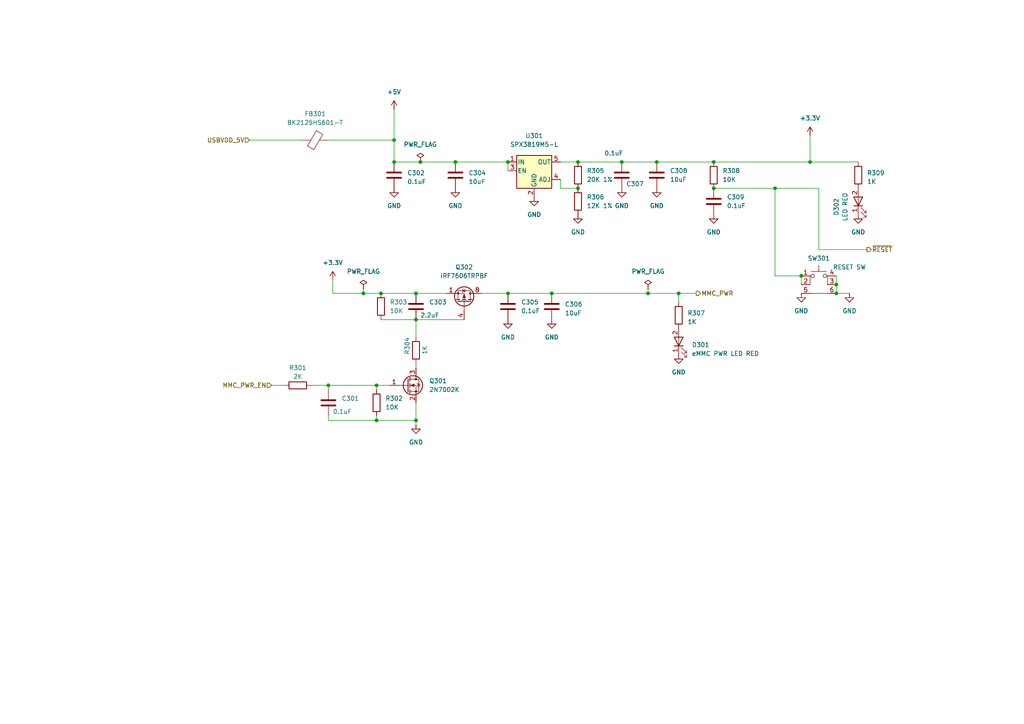
<source format=kicad_sch>
(kicad_sch (version 20231120) (generator "eeschema") (generator_version "8.0")
  (paper "A4")
  (title_block (title "SDCDMUX-eMMC") (date "2023-08-14") (rev "Rev3") (company "HNZ") (comment 1 "Licensed under CC-BY-SA V4.0") (comment 2 "2023 (C) Hiroshi Nakajima <hnakamiru1103@gmail.com>"))
  (lib_symbols
    (symbol "Device:C" (pin_numbers hide) (pin_names (offset 0.254))
      (property "Reference" "C" (at 0.635 2.54 0))
      (property "Value" "C" (at 0.635 -2.54 0))
      (symbol "C_0_1"
        (polyline (pts (xy -2.032 -0.762) (xy 2.032 -0.762)) (stroke (width 0.508)))
        (polyline (pts (xy -2.032 0.762) (xy 2.032 0.762)) (stroke (width 0.508)))
      )
      (symbol "C_1_1"
        (pin passive line (at 0 3.81 270) (length 2.794) (name "~") (number "1"))
        (pin passive line (at 0 -3.81 90) (length 2.794) (name "~") (number "2"))
      )
    )
    (symbol "Device:FerriteBead" (pin_numbers hide) (pin_names (offset 0))
      (property "Reference" "FB" (at -3.81 0.635 90))
      (property "Value" "FerriteBead" (at 3.81 0 90))
      (symbol "FerriteBead_0_1"
        (polyline (pts (xy 0 -1.27) (xy 0 -1.2192)))
        (polyline (pts (xy 0 1.27) (xy 0 1.2954)))
        (polyline (pts (xy -2.7686 0.4064) (xy -1.7018 2.2606) (xy 2.7686 -0.3048) (xy 1.6764 -2.159) (xy -2.7686 0.4064)))
      )
      (symbol "FerriteBead_1_1"
        (pin passive line (at 0 3.81 270) (length 2.54) (name "~") (number "1"))
        (pin passive line (at 0 -3.81 90) (length 2.54) (name "~") (number "2"))
      )
    )
    (symbol "Device:LED" (pin_names (offset 1.016) hide)
      (property "Reference" "D" (at 0 2.54 0))
      (property "Value" "LED" (at 0 -2.54 0))
      (symbol "LED_0_1"
        (polyline (pts (xy -1.27 -1.27) (xy -1.27 1.27)) (stroke (width 0.254)))
        (polyline (pts (xy -1.27 0) (xy 1.27 0)))
        (polyline (pts (xy 1.27 -1.27) (xy 1.27 1.27) (xy -1.27 0) (xy 1.27 -1.27)) (stroke (width 0.254)))
        (polyline (pts (xy -3.048 -0.762) (xy -4.572 -2.286) (xy -3.81 -2.286) (xy -4.572 -2.286) (xy -4.572 -1.524)))
        (polyline (pts (xy -1.778 -0.762) (xy -3.302 -2.286) (xy -2.54 -2.286) (xy -3.302 -2.286) (xy -3.302 -1.524)))
      )
      (symbol "LED_1_1"
        (pin passive line (at -3.81 0 0) (length 2.54) (name "K") (number "1"))
        (pin passive line (at 3.81 0 180) (length 2.54) (name "A") (number "2"))
      )
    )
    (symbol "Device:R" (pin_numbers hide) (pin_names (offset 0))
      (property "Reference" "R" (at 2.032 0 90))
      (property "Value" "R" (at 0 0 90))
      (symbol "R_0_1"
        (rectangle (start -1.016 -2.54) (end 1.016 2.54) (stroke (width 0.254)))
      )
      (symbol "R_1_1"
        (pin passive line (at 0 3.81 270) (length 1.27) (name "~") (number "1"))
        (pin passive line (at 0 -3.81 90) (length 1.27) (name "~") (number "2"))
      )
    )
    (symbol "Regulator_Linear:SPX3819M5-L" (pin_names (offset 0.254))
      (property "Reference" "U" (at -3.81 5.715 0))
      (property "Value" "SPX3819M5-L" (at 0 5.715 0))
      (symbol "SPX3819M5-L_0_1"
        (rectangle (start -5.08 4.445) (end 5.08 -5.08) (stroke (width 0.254)) (fill (type background)))
      )
      (symbol "SPX3819M5-L_1_1"
        (pin power_in line (at -7.62 2.54 0) (length 2.54) (name "IN") (number "1"))
        (pin power_in line (at 0 -7.62 90) (length 2.54) (name "GND") (number "2"))
        (pin input line (at -7.62 0 0) (length 2.54) (name "EN") (number "3"))
        (pin input line (at 7.62 -2.54 180) (length 2.54) (name "ADJ") (number "4"))
        (pin power_out line (at 7.62 2.54 180) (length 2.54) (name "OUT") (number "5"))
      )
    )
    (symbol "power:+3.3V" (power) (pin_names (offset 0))
      (property "Value" "+3.3V" (at 0 3.556 0))
      (symbol "+3.3V_0_1"
        (polyline (pts (xy -0.762 1.27) (xy 0 2.54)))
        (polyline (pts (xy 0 0) (xy 0 2.54)))
        (polyline (pts (xy 0 2.54) (xy 0.762 1.27)))
      )
      (symbol "+3.3V_1_1"
        (pin power_in line (at 0 0 90) (length 0) hide (name "+3.3V") (number "1"))
      )
    )
    (symbol "power:+5V" (power) (pin_names (offset 0))
      (property "Value" "+5V" (at 0 3.556 0))
      (symbol "+5V_0_1"
        (polyline (pts (xy -0.762 1.27) (xy 0 2.54)))
        (polyline (pts (xy 0 0) (xy 0 2.54)))
        (polyline (pts (xy 0 2.54) (xy 0.762 1.27)))
      )
      (symbol "+5V_1_1"
        (pin power_in line (at 0 0 90) (length 0) hide (name "+5V") (number "1"))
      )
    )
    (symbol "power:GND" (power) (pin_numbers hide) (pin_names (offset 0) hide)
      (property "Value" "GND" (at 0 -3.81 0))
      (symbol "GND_0_1"
        (polyline (pts (xy 0 0) (xy 0 -1.27) (xy 1.27 -1.27) (xy 0 -2.54) (xy -1.27 -1.27) (xy 0 -1.27)))
      )
      (symbol "GND_1_1"
        (pin power_in line (at 0 0 270) (length 0) hide (name "GND") (number "1"))
      )
    )
    (symbol "power:PWR_FLAG" (power) (pin_numbers hide) (pin_names (offset 0) hide)
      (property "Value" "PWR_FLAG" (at 0 3.81 0))
      (symbol "PWR_FLAG_0_0"
        (pin power_out line (at 0 0 90) (length 0) (name "pwr") (number "1"))
      )
      (symbol "PWR_FLAG_0_1"
        (polyline (pts (xy 0 0) (xy 0 1.27) (xy -1.016 1.905) (xy 0 2.54) (xy 1.016 1.905) (xy 0 1.27)))
      )
    )
    (symbol "tbctl:2N7002K" (pin_names hide)
      (property "Reference" "Q" (at 5.08 1.905 0))
      (property "Value" "2N7002K" (at 5.08 0 0))
      (symbol "2N7002K_0_1"
        (polyline (pts (xy 0.254 0) (xy -2.54 0)))
        (polyline (pts (xy 0.254 1.905) (xy 0.254 -1.905)) (stroke (width 0.254)))
        (polyline (pts (xy 0.762 -1.27) (xy 0.762 -2.286)) (stroke (width 0.254)))
        (polyline (pts (xy 0.762 0.508) (xy 0.762 -0.508)) (stroke (width 0.254)))
        (polyline (pts (xy 0.762 2.286) (xy 0.762 1.27)) (stroke (width 0.254)))
        (polyline (pts (xy 2.54 2.54) (xy 2.54 1.778)))
        (polyline (pts (xy 2.54 -2.54) (xy 2.54 0) (xy 0.762 0)))
        (polyline (pts (xy 0.762 -1.778) (xy 3.302 -1.778) (xy 3.302 1.778) (xy 0.762 1.778)))
        (polyline (pts (xy 1.016 0) (xy 2.032 0.381) (xy 2.032 -0.381) (xy 1.016 0)) (fill (type outline)))
        (polyline (pts (xy 2.794 0.508) (xy 2.921 0.381) (xy 3.683 0.381) (xy 3.81 0.254)))
        (polyline (pts (xy 3.302 0.381) (xy 2.921 -0.254) (xy 3.683 -0.254) (xy 3.302 0.381)))
        (circle (center 1.651 0) (radius 2.794) (stroke (width 0.254)))
        (circle (center 2.54 -1.778) (radius 0.254) (fill (type outline)))
        (circle (center 2.54 1.778) (radius 0.254) (fill (type outline)))
      )
      (symbol "2N7002K_1_1"
        (pin input line (at -5.08 0 0) (length 2.54) (name "G") (number "1"))
        (pin passive line (at 2.54 -5.08 90) (length 2.54) (name "S") (number "2"))
        (pin passive line (at 2.54 5.08 270) (length 2.54) (name "D") (number "3"))
      )
    )
    (symbol "tbctl:3.5x2.6 Tact SW" (pin_names (offset 1.016) hide)
      (property "Reference" "SW" (at 0.635 5.715 0))
      (symbol "3.5x2.6 Tact SW_0_1"
        (circle (center -1.778 2.54) (radius 0.508))
        (polyline (pts (xy -2.54 -2.54) (xy 2.54 -2.54)))
        (polyline (pts (xy -2.286 3.81) (xy 2.286 3.81)))
        (polyline (pts (xy 0 3.81) (xy 0 5.588)))
        (polyline (pts (xy -2.54 0) (xy -2.54 2.54) (xy -2.286 2.54)))
        (polyline (pts (xy 2.54 0) (xy 2.54 2.54) (xy 2.286 2.54)))
        (circle (center 1.778 2.54) (radius 0.508))
        (pin passive line (at -5.08 2.54 0) (length 2.54) (name "1") (number "1"))
        (pin passive line (at -5.08 0 0) (length 2.54) (name "2") (number "2"))
        (pin passive line (at 5.08 0 180) (length 2.54) (name "K") (number "3"))
        (pin passive line (at 5.08 2.54 180) (length 2.54) (name "A") (number "4"))
        (pin passive line (at -5.08 -2.54 0) (length 2.54) (name "5") (number "5"))
        (pin passive line (at 5.08 -2.54 180) (length 2.54) (name "6") (number "6"))
      )
    )
    (symbol "tbctl:IRF7606PBF" (pin_names hide)
      (property "Reference" "Q" (at 5.08 1.905 0))
      (property "Value" "IRF7606PBF" (at 5.08 0 0))
      (symbol "IRF7606PBF_0_1"
        (polyline (pts (xy 0.254 0) (xy -2.54 0)))
        (polyline (pts (xy 0.254 1.905) (xy 0.254 -1.905)) (stroke (width 0.254)))
        (polyline (pts (xy 0.762 -1.27) (xy 0.762 -2.286)) (stroke (width 0.254)))
        (polyline (pts (xy 0.762 0.508) (xy 0.762 -0.508)) (stroke (width 0.254)))
        (polyline (pts (xy 0.762 2.286) (xy 0.762 1.27)) (stroke (width 0.254)))
        (polyline (pts (xy 2.54 2.54) (xy 2.54 1.778)))
        (polyline (pts (xy 2.54 -2.54) (xy 2.54 0) (xy 0.762 0)))
        (polyline (pts (xy 0.762 1.778) (xy 3.302 1.778) (xy 3.302 -1.778) (xy 0.762 -1.778)))
        (polyline (pts (xy 2.286 0) (xy 1.27 0.381) (xy 1.27 -0.381) (xy 2.286 0)) (fill (type outline)))
        (polyline (pts (xy 2.794 -0.508) (xy 2.921 -0.381) (xy 3.683 -0.381) (xy 3.81 -0.254)))
        (polyline (pts (xy 3.302 -0.381) (xy 2.921 0.254) (xy 3.683 0.254) (xy 3.302 -0.381)))
        (circle (center 1.651 0) (radius 2.794) (stroke (width 0.254)))
        (circle (center 2.54 -1.778) (radius 0.254) (fill (type outline)))
        (circle (center 2.54 1.778) (radius 0.254) (fill (type outline)))
      )
      (symbol "IRF7606PBF_1_1"
        (pin passive line (at 2.54 -5.08 90) (length 2.54) (name "S") (number "1"))
        (pin passive line (at 2.54 -5.08 90) (length 2.54) hide (name "S") (number "2"))
        (pin passive line (at 2.54 -5.08 90) (length 2.54) hide (name "S") (number "3"))
        (pin passive line (at -5.08 0 0) (length 2.54) (name "G") (number "4"))
        (pin passive line (at 2.54 5.08 270) (length 2.54) hide (name "D") (number "5"))
        (pin passive line (at 2.54 5.08 270) (length 2.54) hide (name "D") (number "6"))
        (pin passive line (at 2.54 5.08 270) (length 2.54) hide (name "D") (number "7"))
        (pin passive line (at 2.54 5.08 270) (length 2.54) (name "D") (number "8"))
      )
    )
  )
  (junction (at 114.3 46.99))
  (junction (at 160.02 85.09))
  (junction (at 109.22 121.92))
  (junction (at 109.22 111.76))
  (junction (at 180.34 46.99))
  (junction (at 167.64 46.99))
  (junction (at 120.65 121.92))
  (junction (at 196.85 85.09))
  (junction (at 224.79 54.61))
  (junction (at 167.64 54.61))
  (junction (at 242.57 82.55))
  (junction (at 132.08 46.99))
  (junction (at 242.57 85.09))
  (junction (at 234.95 46.99))
  (junction (at 114.3 40.64))
  (junction (at 120.65 85.09))
  (junction (at 190.5 46.99))
  (junction (at 147.32 85.09))
  (junction (at 187.96 85.09))
  (junction (at 232.41 80.01))
  (junction (at 105.41 85.09))
  (junction (at 95.25 111.76))
  (junction (at 207.01 54.61))
  (junction (at 207.01 46.99))
  (junction (at 110.49 85.09))
  (junction (at 147.32 46.99))
  (junction (at 120.65 92.71))
  (junction (at 121.92 46.99))
  (wire (pts (xy 120.65 121.92) (xy 120.65 123.19)))
  (wire (pts (xy 95.25 40.64) (xy 114.3 40.64)))
  (wire (pts (xy 120.65 105.41) (xy 120.65 106.68)))
  (wire (pts (xy 224.79 80.01) (xy 232.41 80.01)))
  (wire (pts (xy 109.22 113.03) (xy 109.22 111.76)))
  (wire (pts (xy 95.25 121.92) (xy 109.22 121.92)))
  (wire (pts (xy 162.56 46.99) (xy 167.64 46.99)))
  (wire (pts (xy 121.92 46.99) (xy 132.08 46.99)))
  (wire (pts (xy 109.22 121.92) (xy 120.65 121.92)))
  (wire (pts (xy 234.95 46.99) (xy 248.92 46.99)))
  (wire (pts (xy 120.65 92.71) (xy 120.65 97.79)))
  (wire (pts (xy 109.22 121.92) (xy 109.22 120.65)))
  (wire (pts (xy 224.79 54.61) (xy 224.79 80.01)))
  (wire (pts (xy 162.56 54.61) (xy 162.56 52.07)))
  (wire (pts (xy 95.25 121.92) (xy 95.25 120.65)))
  (wire (pts (xy 190.5 46.99) (xy 207.01 46.99)))
  (wire (pts (xy 160.02 85.09) (xy 187.96 85.09)))
  (wire (pts (xy 114.3 31.75) (xy 114.3 40.64)))
  (wire (pts (xy 78.74 111.76) (xy 82.55 111.76)))
  (wire (pts (xy 120.65 116.84) (xy 120.65 121.92)))
  (wire (pts (xy 237.49 54.61) (xy 237.49 72.39)))
  (wire (pts (xy 167.64 46.99) (xy 180.34 46.99)))
  (wire (pts (xy 72.39 40.64) (xy 87.63 40.64)))
  (wire (pts (xy 110.49 85.09) (xy 120.65 85.09)))
  (wire (pts (xy 120.65 85.09) (xy 129.54 85.09)))
  (wire (pts (xy 95.25 113.03) (xy 95.25 111.76)))
  (wire (pts (xy 114.3 46.99) (xy 121.92 46.99)))
  (wire (pts (xy 196.85 85.09) (xy 196.85 87.63)))
  (wire (pts (xy 242.57 85.09) (xy 246.38 85.09)))
  (wire (pts (xy 110.49 92.71) (xy 120.65 92.71)))
  (wire (pts (xy 96.52 81.28) (xy 96.52 85.09)))
  (wire (pts (xy 105.41 83.82) (xy 105.41 85.09)))
  (wire (pts (xy 207.01 46.99) (xy 234.95 46.99)))
  (wire (pts (xy 147.32 46.99) (xy 147.32 49.53)))
  (wire (pts (xy 242.57 80.01) (xy 242.57 82.55)))
  (wire (pts (xy 132.08 46.99) (xy 147.32 46.99)))
  (wire (pts (xy 114.3 40.64) (xy 114.3 46.99)))
  (wire (pts (xy 187.96 85.09) (xy 196.85 85.09)))
  (wire (pts (xy 232.41 80.01) (xy 232.41 82.55)))
  (wire (pts (xy 234.95 39.37) (xy 234.95 46.99)))
  (wire (pts (xy 180.34 46.99) (xy 190.5 46.99)))
  (wire (pts (xy 207.01 54.61) (xy 224.79 54.61)))
  (wire (pts (xy 109.22 111.76) (xy 113.03 111.76)))
  (wire (pts (xy 105.41 85.09) (xy 110.49 85.09)))
  (wire (pts (xy 167.64 54.61) (xy 162.56 54.61)))
  (wire (pts (xy 120.65 92.71) (xy 134.62 92.71)))
  (wire (pts (xy 237.49 72.39) (xy 251.46 72.39)))
  (wire (pts (xy 139.7 85.09) (xy 147.32 85.09)))
  (wire (pts (xy 147.32 85.09) (xy 160.02 85.09)))
  (wire (pts (xy 95.25 111.76) (xy 109.22 111.76)))
  (wire (pts (xy 196.85 85.09) (xy 201.93 85.09)))
  (wire (pts (xy 224.79 54.61) (xy 237.49 54.61)))
  (wire (pts (xy 96.52 85.09) (xy 105.41 85.09)))
  (wire (pts (xy 187.96 83.82) (xy 187.96 85.09)))
  (wire (pts (xy 242.57 82.55) (xy 242.57 85.09)))
  (wire (pts (xy 90.17 111.76) (xy 95.25 111.76)))
  (hierarchical_label "MMC_PWR_EN" (shape input) (at 78.74 111.76 180))
  (hierarchical_label "MMC_PWR" (shape output) (at 201.93 85.09 0))
  (hierarchical_label "~{RESET}" (shape output) (at 251.46 72.39 0))
  (hierarchical_label "USBVDD_5V" (shape input) (at 72.39 40.64 180))
  (hierarchical_label "MMC_PWR_EN" (shape input) (at 78.74 111.76 180))
  (hierarchical_label "MMC_PWR" (shape output) (at 201.93 85.09 0))
  (hierarchical_label "USBVDD_5V" (shape input) (at 72.39 40.64 180))
  (hierarchical_label "~{RESET}" (shape output) (at 251.46 72.39 0))
  (symbol (lib_id "power:GND") (at 190.5 54.61 0) (unit 1)
    (property "Reference" "#PWR0321" (effects (hide yes)))
    (property "Value" "GND" (at 190.5 59.69 0))
  )
  (symbol (lib_id "Device:LED") (at 196.85 99.06 90) (unit 1)
    (property "Reference" "D301" (at 200.66 100.0125 90) (effects (justify right)))
    (property "Value" "eMMC PWR LED RED" (at 200.66 102.5525 90) (effects (justify right)))
    (property "Footprint" "tbctl:LED_0603_1608Metric_Pad1.05x0.95mm_HandSolder" (effects (hide yes)))
    (property "digikey" "511-1587-1-ND" (effects (hide yes)))
    (property "storeURL" "https://www.digikey.com/en/products/detail/rohm-semiconductor/SML-E12V8WT86/1641806" (effects (hide yes)))
  )
  (symbol (lib_id "Device:C") (at 207.01 58.42 0) (unit 1)
    (property "Reference" "C309" (at 210.82 57.1499 0) (effects (justify left)))
    (property "Value" "0.1uF" (at 210.82 59.69 0) (effects (justify left)))
    (property "Footprint" "Capacitor_SMD:C_0603_1608Metric_Pad1.08x0.95mm_HandSolder" (effects (hide yes)))
    (property "digikey" "311-1824-1-ND" (effects (hide yes)))
    (property "storeURL" "https://www.digikey.com/en/products/detail/yageo/CC0603MRX7R7BB104/5195231" (effects (hide yes)))
  )
  (symbol (lib_id "Device:C") (at 114.3 50.8 0) (unit 1)
    (property "Reference" "C302" (at 118.11 50.165 0) (effects (justify left)))
    (property "Value" "0.1uF" (at 118.11 52.705 0) (effects (justify left)))
    (property "Footprint" "Capacitor_SMD:C_0603_1608Metric_Pad1.08x0.95mm_HandSolder" (effects (hide yes)))
    (property "digikey" "311-1824-1-ND" (effects (hide yes)))
    (property "storeURL" "https://www.digikey.com/en/products/detail/yageo/CC0603MRX7R7BB104/5195231" (effects (hide yes)))
  )
  (symbol (lib_id "power:GND") (at 232.41 85.09 0) (unit 1)
    (property "Reference" "#PWR0327" (effects (hide yes)))
    (property "Value" "GND" (at 232.41 90.17 0))
  )
  (symbol (lib_id "Device:C") (at 120.65 88.9 0) (unit 1)
    (property "Reference" "C303" (at 124.46 87.63 0) (effects (justify left)))
    (property "Value" "2.2uF" (at 121.92 91.44 0) (effects (justify left)))
    (property "Footprint" "Capacitor_SMD:C_0603_1608Metric_Pad1.08x0.95mm_HandSolder" (effects (hide yes)))
    (property "digikey" "311-1795-1-ND" (effects (hide yes)))
    (property "storeURL" "https://www.digikey.com/en/products/detail/yageo/CC0603KRX7R5BB225/5195203" (effects (hide yes)))
  )
  (symbol (lib_id "power:GND") (at 180.34 54.61 0) (unit 1)
    (property "Reference" "#PWR0319" (effects (hide yes)))
    (property "Value" "GND" (at 180.34 59.69 0))
  )
  (symbol (lib_id "power:GND") (at 246.38 85.09 0) (unit 1)
    (property "Reference" "#PWR0331" (effects (hide yes)))
    (property "Value" "GND" (at 246.38 90.17 0))
  )
  (symbol (lib_id "power:GND") (at 160.02 92.71 0) (unit 1)
    (property "Reference" "#PWR0315" (effects (hide yes)))
    (property "Value" "GND" (at 160.02 97.79 0))
  )
  (symbol (lib_id "power:GND") (at 246.38 85.09 0) (unit 1)
    (property "Reference" "#PWR0332" (effects (hide yes)))
    (property "Value" "GND" (at 246.38 90.17 0))
  )
  (symbol (lib_id "power:GND") (at 248.92 62.23 0) (unit 1)
    (property "Reference" "#PWR0333" (effects (hide yes)))
    (property "Value" "GND" (at 248.92 67.31 0))
  )
  (symbol (lib_id "power:GND") (at 180.34 54.61 0) (unit 1)
    (property "Reference" "#PWR0320" (effects (hide yes)))
    (property "Value" "GND" (at 180.34 59.69 0))
  )
  (symbol (lib_id "power:GND") (at 147.32 92.71 0) (unit 1)
    (property "Reference" "#PWR0311" (effects (hide yes)))
    (property "Value" "GND" (at 147.32 97.79 0))
  )
  (symbol (lib_id "power:+3.3V") (at 234.95 39.37 0) (unit 1)
    (property "Reference" "#PWR0329" (effects (hide yes)))
    (property "Value" "+3.3V" (at 234.95 34.29 0))
  )
  (symbol (lib_id "power:+5V") (at 114.3 31.75 0) (unit 1)
    (property "Reference" "#PWR0303" (effects (hide yes)))
    (property "Value" "+5V" (at 114.3 26.67 0))
  )
  (symbol (lib_id "power:GND") (at 248.92 62.23 0) (unit 1)
    (property "Reference" "#PWR0334" (effects (hide yes)))
    (property "Value" "GND" (at 248.92 67.31 0))
  )
  (symbol (lib_id "power:GND") (at 160.02 92.71 0) (unit 1)
    (property "Reference" "#PWR0316" (effects (hide yes)))
    (property "Value" "GND" (at 160.02 97.79 0))
  )
  (symbol (lib_id "Device:R") (at 248.92 50.8 0) (unit 1)
    (property "Reference" "R309" (at 251.46 50.165 0) (effects (justify left)))
    (property "Value" "1K" (at 251.46 52.705 0) (effects (justify left)))
    (property "Footprint" "Resistor_SMD:R_0805_2012Metric_Pad1.20x1.40mm_HandSolder" (effects (hide yes)))
    (property "digikey" "311-1.0KARCT-ND" (effects (hide yes)))
    (property "storeURL" "https://www.digikey.com/en/products/detail/yageo/RC0805JR-071KL/728218" (effects (hide yes)))
  )
  (symbol (lib_id "Device:C") (at 95.25 116.84 0) (unit 1)
    (property "Reference" "C301" (at 99.06 115.57 0) (effects (justify left)))
    (property "Value" "0.1uF" (at 96.52 119.38 0) (effects (justify left)))
    (property "Footprint" "Capacitor_SMD:C_0603_1608Metric_Pad1.08x0.95mm_HandSolder" (effects (hide yes)))
    (property "digikey" "311-1824-1-ND" (effects (hide yes)))
    (property "storeURL" "https://www.digikey.com/en/products/detail/yageo/CC0603MRX7R7BB104/5195231" (effects (hide yes)))
  )
  (symbol (lib_id "Device:R") (at 167.64 58.42 0) (unit 1)
    (property "Reference" "R306" (at 170.18 57.1499 0) (effects (justify left)))
    (property "Value" "12K 1%" (at 170.18 59.6899 0) (effects (justify left)))
    (property "Footprint" "Resistor_SMD:R_0805_2012Metric_Pad1.20x1.40mm_HandSolder" (effects (hide yes)))
    (property "digikey" "311-12.0KCRCT-ND" (effects (hide yes)))
    (property "storeURL" "https://www.digikey.com/en/products/detail/yageo/RC0805FR-0712KL/727568" (effects (hide yes)))
  )
  (symbol (lib_id "power:GND") (at 190.5 54.61 0) (unit 1)
    (property "Reference" "#PWR0322" (effects (hide yes)))
    (property "Value" "GND" (at 190.5 59.69 0))
  )
  (symbol (lib_id "Device:R") (at 120.65 101.6 180) (unit 1)
    (property "Reference" "R304" (at 118.11 102.8701 90) (effects (justify right)))
    (property "Value" "1K" (at 123.19 102.87 90) (effects (justify right)))
    (property "Footprint" "Resistor_SMD:R_0805_2012Metric_Pad1.20x1.40mm_HandSolder" (effects (hide yes)))
    (property "digikey" "311-1.0KARCT-ND" (effects (hide yes)))
    (property "storeURL" "https://www.digikey.com/en/products/detail/yageo/RC0805JR-071KL/728218" (effects (hide yes)))
  )
  (symbol (lib_id "power:GND") (at 167.64 62.23 0) (unit 1)
    (property "Reference" "#PWR0317" (effects (hide yes)))
    (property "Value" "GND" (at 167.64 67.31 0))
  )
  (symbol (lib_id "power:GND") (at 167.64 62.23 0) (unit 1)
    (property "Reference" "#PWR0318" (effects (hide yes)))
    (property "Value" "GND" (at 167.64 67.31 0))
  )
  (symbol (lib_id "power:PWR_FLAG") (at 105.41 83.82 0) (unit 1)
    (property "Reference" "#FLG0301" (effects (hide yes)))
    (property "Value" "PWR_FLAG" (at 105.41 78.74 0))
  )
  (symbol (lib_id "tbctl:3.5x2.6 Tact SW") (at 237.49 82.55 0) (unit 1)
    (property "Reference" "SW301" (at 237.49 74.93 0))
    (property "Value" "RESET SW" (at 246.38 77.47 0))
    (property "Footprint" "tbctl:WS-TASV SMT Tact Switch" (effects (hide yes)))
    (property "digikey" "732-435151014824CT-ND" (effects (hide yes)))
    (property "storeURL" "https://www.digikey.com/en/products/detail/w%C3%BCrth-elektronik/435151014824/11627325" (effects (hide yes)))
  )
  (symbol (lib_id "Device:C") (at 147.32 88.9 0) (unit 1)
    (property "Reference" "C305" (at 151.13 87.63 0) (effects (justify left)))
    (property "Value" "0.1uF" (at 151.13 90.17 0) (effects (justify left)))
    (property "Footprint" "Capacitor_SMD:C_0603_1608Metric_Pad1.08x0.95mm_HandSolder" (effects (hide yes)))
    (property "digikey" "311-1824-1-ND" (effects (hide yes)))
    (property "storeURL" "https://www.digikey.com/en/products/detail/yageo/CC0603MRX7R7BB104/5195231" (effects (hide yes)))
  )
  (symbol (lib_id "Device:R") (at 110.49 88.9 0) (unit 1)
    (property "Reference" "R303" (at 113.03 87.6299 0) (effects (justify left)))
    (property "Value" "10K" (at 113.03 90.1699 0) (effects (justify left)))
    (property "Footprint" "Resistor_SMD:R_0805_2012Metric_Pad1.20x1.40mm_HandSolder" (effects (hide yes)))
    (property "digikey" "311-10KARCT-ND" (effects (hide yes)))
    (property "storeURL" "https://www.digikey.com/en/products/detail/yageo/RC0805JR-0710KL/728241" (effects (hide yes)))
  )
  (symbol (lib_id "Device:R") (at 167.64 50.8 0) (unit 1)
    (property "Reference" "R305" (at 170.18 49.5299 0) (effects (justify left)))
    (property "Value" "20K 1%" (at 170.18 52.0699 0) (effects (justify left)))
    (property "Footprint" "Resistor_SMD:R_0805_2012Metric_Pad1.20x1.40mm_HandSolder" (effects (hide yes)))
    (property "digikey" "311-20.0KCRCT-ND" (effects (hide yes)))
    (property "storeURL" "https://www.digikey.com/en/products/detail/yageo/RC0805FR-0720KL/727720" (effects (hide yes)))
  )
  (symbol (lib_id "power:GND") (at 154.94 57.15 0) (unit 1)
    (property "Reference" "#PWR0313" (effects (hide yes)))
    (property "Value" "GND" (at 154.94 62.23 0))
  )
  (symbol (lib_id "power:GND") (at 154.94 57.15 0) (unit 1)
    (property "Reference" "#PWR0314" (effects (hide yes)))
    (property "Value" "GND" (at 154.94 62.23 0))
  )
  (symbol (lib_id "power:PWR_FLAG") (at 187.96 83.82 0) (unit 1)
    (property "Reference" "#FLG0305" (effects (hide yes)))
    (property "Value" "PWR_FLAG" (at 187.96 78.74 0))
  )
  (symbol (lib_id "power:GND") (at 114.3 54.61 0) (unit 1)
    (property "Reference" "#PWR0305" (effects (hide yes)))
    (property "Value" "GND" (at 114.3 59.69 0))
  )
  (symbol (lib_id "power:GND") (at 196.85 102.87 0) (unit 1)
    (property "Reference" "#PWR0323" (effects (hide yes)))
    (property "Value" "GND" (at 196.85 107.95 0))
  )
  (symbol (lib_id "power:GND") (at 207.01 62.23 0) (unit 1)
    (property "Reference" "#PWR0325" (effects (hide yes)))
    (property "Value" "GND" (at 207.01 67.31 0))
  )
  (symbol (lib_id "power:PWR_FLAG") (at 121.92 46.99 0) (unit 1)
    (property "Reference" "#FLG0303" (effects (hide yes)))
    (property "Value" "PWR_FLAG" (at 121.92 41.91 0))
  )
  (symbol (lib_id "Device:R") (at 86.36 111.76 90) (unit 1)
    (property "Reference" "R301" (at 86.36 106.68 90))
    (property "Value" "2K" (at 86.36 109.22 90))
    (property "Footprint" "Resistor_SMD:R_0805_2012Metric_Pad1.20x1.40mm_HandSolder" (effects (hide yes)))
    (property "digikey" "311-2.0KARCT-ND" (effects (hide yes)))
    (property "storeURL" "https://www.digikey.com/en/products/detail/yageo/RC0805JR-072KL/728268" (effects (hide yes)))
  )
  (symbol (lib_id "power:+5V") (at 114.3 31.75 0) (unit 1)
    (property "Reference" "#PWR0304" (effects (hide yes)))
    (property "Value" "+5V" (at 114.3 26.67 0))
  )
  (symbol (lib_id "power:GND") (at 120.65 123.19 0) (unit 1)
    (property "Reference" "#PWR0307" (effects (hide yes)))
    (property "Value" "GND" (at 120.65 128.27 0))
  )
  (symbol (lib_id "Device:R") (at 109.22 116.84 0) (unit 1)
    (property "Reference" "R302" (at 111.76 115.5699 0) (effects (justify left)))
    (property "Value" "10K" (at 111.76 118.1099 0) (effects (justify left)))
    (property "Footprint" "Resistor_SMD:R_0805_2012Metric_Pad1.20x1.40mm_HandSolder" (effects (hide yes)))
    (property "digikey" "311-10KARCT-ND" (effects (hide yes)))
    (property "storeURL" "https://www.digikey.com/en/products/detail/yageo/RC0805JR-0710KL/728241" (effects (hide yes)))
  )
  (symbol (lib_id "power:GND") (at 147.32 92.71 0) (unit 1)
    (property "Reference" "#PWR0312" (effects (hide yes)))
    (property "Value" "GND" (at 147.32 97.79 0))
  )
  (symbol (lib_id "power:GND") (at 132.08 54.61 0) (unit 1)
    (property "Reference" "#PWR0309" (effects (hide yes)))
    (property "Value" "GND" (at 132.08 59.69 0))
  )
  (symbol (lib_id "power:PWR_FLAG") (at 187.96 83.82 0) (unit 1)
    (property "Reference" "#FLG0306" (effects (hide yes)))
    (property "Value" "PWR_FLAG" (at 187.96 78.74 0))
  )
  (symbol (lib_id "power:GND") (at 120.65 123.19 0) (unit 1)
    (property "Reference" "#PWR0308" (effects (hide yes)))
    (property "Value" "GND" (at 120.65 128.27 0))
  )
  (symbol (lib_id "power:GND") (at 207.01 62.23 0) (unit 1)
    (property "Reference" "#PWR0326" (effects (hide yes)))
    (property "Value" "GND" (at 207.01 67.31 0))
  )
  (symbol (lib_id "power:PWR_FLAG") (at 105.41 83.82 0) (unit 1)
    (property "Reference" "#FLG0302" (effects (hide yes)))
    (property "Value" "PWR_FLAG" (at 105.41 78.74 0))
  )
  (symbol (lib_id "power:GND") (at 232.41 85.09 0) (unit 1)
    (property "Reference" "#PWR0328" (effects (hide yes)))
    (property "Value" "GND" (at 232.41 90.17 0))
  )
  (symbol (lib_id "Device:C") (at 190.5 50.8 0) (unit 1)
    (property "Reference" "C308" (at 194.31 49.53 0) (effects (justify left)))
    (property "Value" "10uF" (at 194.31 52.07 0) (effects (justify left)))
    (property "Footprint" "Capacitor_SMD:C_0805_2012Metric_Pad1.18x1.45mm_HandSolder" (effects (hide yes)))
    (property "digikey" "311-1355-1-ND" (effects (hide yes)))
    (property "storeURL" "https://www.digikey.com/en/products/detail/yageo/CC0805ZKY5V6BB106/2103093" (effects (hide yes)))
  )
  (symbol (lib_id "tbctl:2N7002K") (at 118.11 111.76 0) (unit 1)
    (property "Reference" "Q301" (at 124.46 110.4899 0) (effects (justify left)))
    (property "Value" "2N7002K" (at 124.46 113.0299 0) (effects (justify left)))
    (property "Footprint" "Package_TO_SOT_SMD:SOT-23" (effects (hide yes)))
    (property "Datasheet" "https://www.diodes.com/assets/Datasheets/ds30896.pdf" (effects (hide yes)))
    (property "digikey" "2N7002K-7DICT-ND" (effects (hide yes)))
    (property "storeURL" "https://www.digikey.com/en/products/detail/diodes-incorporated/2N7002K-7/1934378" (effects (hide yes)))
  )
  (symbol (lib_id "Device:C") (at 180.34 50.8 0) (unit 1)
    (property "Reference" "C307" (at 181.61 53.34 0) (effects (justify left)))
    (property "Value" "0.1uF" (at 175.26 44.45 0) (effects (justify left)))
    (property "Footprint" "Capacitor_SMD:C_0603_1608Metric_Pad1.08x0.95mm_HandSolder" (effects (hide yes)))
    (property "digikey" "311-1824-1-ND" (effects (hide yes)))
    (property "storeURL" "https://www.digikey.com/en/products/detail/yageo/CC0603MRX7R7BB104/5195231" (effects (hide yes)))
  )
  (symbol (lib_id "power:GND") (at 132.08 54.61 0) (unit 1)
    (property "Reference" "#PWR0310" (effects (hide yes)))
    (property "Value" "GND" (at 132.08 59.69 0))
  )
  (symbol (lib_id "Regulator_Linear:SPX3819M5-L") (at 154.94 49.53 0) (unit 1)
    (property "Reference" "U301" (at 154.94 39.37 0))
    (property "Value" "SPX3819M5-L" (at 154.94 41.91 0))
    (property "Footprint" "Package_TO_SOT_SMD:SOT-23-5" (effects (hide yes)))
    (property "Datasheet" "https://www.exar.com/content/document.ashx?id=22106&languageid=1033&type=Datasheet&partnumber=SPX3819&filename=SPX3819.pdf&part=SPX3819" (effects (hide yes)))
    (property "digikey" "1016-1871-1-ND" (effects (hide yes)))
    (property "storeURL" "https://www.digikey.com/en/products/detail/maxlinear-inc/SPX3819M5-L-TR/2472388" (effects (hide yes)))
  )
  (symbol (lib_id "power:GND") (at 196.85 102.87 0) (unit 1)
    (property "Reference" "#PWR0324" (effects (hide yes)))
    (property "Value" "GND" (at 196.85 107.95 0))
  )
  (symbol (lib_id "Device:LED") (at 248.92 58.42 90) (unit 1)
    (property "Reference" "D302" (at 242.57 60.0075 0))
    (property "Value" "LED RED" (at 245.11 60.0075 0))
    (property "Footprint" "tbctl:LED_0603_1608Metric_Pad1.05x0.95mm_HandSolder" (effects (hide yes)))
    (property "digikey" "511-1587-1-ND" (effects (hide yes)))
    (property "storeURL" "https://www.digikey.com/en/products/detail/rohm-semiconductor/SML-E12V8WT86/1641806" (effects (hide yes)))
  )
  (symbol (lib_id "Device:R") (at 207.01 50.8 0) (unit 1)
    (property "Reference" "R308" (at 209.55 49.5299 0) (effects (justify left)))
    (property "Value" "10K" (at 209.55 52.0699 0) (effects (justify left)))
    (property "Footprint" "Resistor_SMD:R_0805_2012Metric_Pad1.20x1.40mm_HandSolder" (effects (hide yes)))
    (property "digikey" "311-10KARCT-ND" (effects (hide yes)))
    (property "storeURL" "https://www.digikey.com/en/products/detail/yageo/RC0805JR-0710KL/728241" (effects (hide yes)))
  )
  (symbol (lib_id "Device:FerriteBead") (at 91.44 40.64 90) (unit 1)
    (property "Reference" "FB301" (at 91.44 33.02 90))
    (property "Value" "BK2125HS601-T" (at 91.3892 35.56 90))
    (property "Footprint" "Inductor_SMD:L_0603_1608Metric_Pad1.05x0.95mm_HandSolder" (effects (hide yes)))
    (property "digikey" "490-1014-1-ND" (effects (hide yes)))
    (property "storeURL" "https://www.digikey.com/en/products/detail/murata-electronics/BLM18AG601SN1D/584225" (effects (hide yes)))
  )
  (symbol (lib_id "power:+3.3V") (at 234.95 39.37 0) (unit 1)
    (property "Reference" "#PWR0330" (effects (hide yes)))
    (property "Value" "+3.3V" (at 234.95 34.29 0))
  )
  (symbol (lib_id "power:+3.3V") (at 96.52 81.28 0) (unit 1)
    (property "Reference" "#PWR0301" (effects (hide yes)))
    (property "Value" "+3.3V" (at 96.52 76.2 0))
  )
  (symbol (lib_id "tbctl:IRF7606PBF") (at 134.62 87.63 270) (mirror x) (unit 1)
    (property "Reference" "Q302" (at 134.62 77.47 90))
    (property "Value" "IRF7606TRPBF" (at 134.62 80.01 90))
    (property "Footprint" "Package_SO:MSOP-8_3x3mm_P0.65mm" (effects (hide yes)))
    (property "Datasheet" "http://www.irf.com/product-info/datasheets/data/irf7606pbf.pdf" (effects (hide yes)))
    (property "digikey" "IRF7606TRPBFCT-ND" (effects (hide yes)))
    (property "storeURL" "https://www.digikey.com/en/products/detail/infineon-technologies/IRF7606TRPBF/856652" (effects (hide yes)))
  )
  (symbol (lib_id "power:GND") (at 114.3 54.61 0) (unit 1)
    (property "Reference" "#PWR0306" (effects (hide yes)))
    (property "Value" "GND" (at 114.3 59.69 0))
  )
  (symbol (lib_id "power:PWR_FLAG") (at 121.92 46.99 0) (unit 1)
    (property "Reference" "#FLG0304" (effects (hide yes)))
    (property "Value" "PWR_FLAG" (at 121.92 41.91 0))
  )
  (symbol (lib_id "Device:C") (at 160.02 88.9 0) (unit 1)
    (property "Reference" "C306" (at 163.83 88.265 0) (effects (justify left)))
    (property "Value" "10uF" (at 163.83 90.805 0) (effects (justify left)))
    (property "Footprint" "Capacitor_SMD:C_0805_2012Metric_Pad1.18x1.45mm_HandSolder" (effects (hide yes)))
    (property "digikey" "311-1355-1-ND" (effects (hide yes)))
    (property "storeURL" "https://www.digikey.com/en/products/detail/yageo/CC0805ZKY5V6BB106/2103093" (effects (hide yes)))
  )
  (symbol (lib_id "Device:R") (at 196.85 91.44 0) (unit 1)
    (property "Reference" "R307" (at 199.39 90.805 0) (effects (justify left)))
    (property "Value" "1K" (at 199.39 93.345 0) (effects (justify left)))
    (property "Footprint" "Resistor_SMD:R_0805_2012Metric_Pad1.20x1.40mm_HandSolder" (effects (hide yes)))
    (property "digikey" "311-1.0KARCT-ND" (effects (hide yes)))
    (property "storeURL" "https://www.digikey.com/en/products/detail/yageo/RC0805JR-071KL/728218" (effects (hide yes)))
  )
  (symbol (lib_id "Device:C") (at 132.08 50.8 0) (unit 1)
    (property "Reference" "C304" (at 135.89 50.165 0) (effects (justify left)))
    (property "Value" "10uF" (at 135.89 52.705 0) (effects (justify left)))
    (property "Footprint" "Capacitor_SMD:C_0805_2012Metric_Pad1.18x1.45mm_HandSolder" (effects (hide yes)))
    (property "digikey" "311-1355-1-ND" (effects (hide yes)))
    (property "storeURL" "https://www.digikey.com/en/products/detail/yageo/CC0805ZKY5V6BB106/2103093" (effects (hide yes)))
  )
  (symbol (lib_id "power:+3.3V") (at 96.52 81.28 0) (unit 1)
    (property "Reference" "#PWR0302" (effects (hide yes)))
    (property "Value" "+3.3V" (at 96.52 76.2 0))
  )
)
</source>
